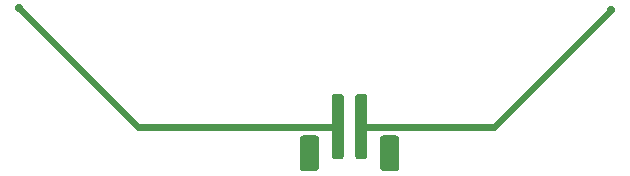
<source format=gbr>
G04 #@! TF.GenerationSoftware,KiCad,Pcbnew,(5.1.5)-3*
G04 #@! TF.CreationDate,2021-10-24T21:58:59+02:00*
G04 #@! TF.ProjectId,seg3,73656733-2e6b-4696-9361-645f70636258,1*
G04 #@! TF.SameCoordinates,Original*
G04 #@! TF.FileFunction,Copper,L2,Bot*
G04 #@! TF.FilePolarity,Positive*
%FSLAX46Y46*%
G04 Gerber Fmt 4.6, Leading zero omitted, Abs format (unit mm)*
G04 Created by KiCad (PCBNEW (5.1.5)-3) date 2021-10-24 21:58:59*
%MOMM*%
%LPD*%
G04 APERTURE LIST*
%ADD10C,0.152400*%
%ADD11C,0.700000*%
%ADD12C,0.600000*%
G04 APERTURE END LIST*
G04 #@! TA.AperFunction,SMDPad,CuDef*
D10*
G36*
X144474504Y-88151204D02*
G01*
X144498773Y-88154804D01*
X144522571Y-88160765D01*
X144545671Y-88169030D01*
X144567849Y-88179520D01*
X144588893Y-88192133D01*
X144608598Y-88206747D01*
X144626777Y-88223223D01*
X144643253Y-88241402D01*
X144657867Y-88261107D01*
X144670480Y-88282151D01*
X144680970Y-88304329D01*
X144689235Y-88327429D01*
X144695196Y-88351227D01*
X144698796Y-88375496D01*
X144700000Y-88400000D01*
X144700000Y-90900000D01*
X144698796Y-90924504D01*
X144695196Y-90948773D01*
X144689235Y-90972571D01*
X144680970Y-90995671D01*
X144670480Y-91017849D01*
X144657867Y-91038893D01*
X144643253Y-91058598D01*
X144626777Y-91076777D01*
X144608598Y-91093253D01*
X144588893Y-91107867D01*
X144567849Y-91120480D01*
X144545671Y-91130970D01*
X144522571Y-91139235D01*
X144498773Y-91145196D01*
X144474504Y-91148796D01*
X144450000Y-91150000D01*
X143350000Y-91150000D01*
X143325496Y-91148796D01*
X143301227Y-91145196D01*
X143277429Y-91139235D01*
X143254329Y-91130970D01*
X143232151Y-91120480D01*
X143211107Y-91107867D01*
X143191402Y-91093253D01*
X143173223Y-91076777D01*
X143156747Y-91058598D01*
X143142133Y-91038893D01*
X143129520Y-91017849D01*
X143119030Y-90995671D01*
X143110765Y-90972571D01*
X143104804Y-90948773D01*
X143101204Y-90924504D01*
X143100000Y-90900000D01*
X143100000Y-88400000D01*
X143101204Y-88375496D01*
X143104804Y-88351227D01*
X143110765Y-88327429D01*
X143119030Y-88304329D01*
X143129520Y-88282151D01*
X143142133Y-88261107D01*
X143156747Y-88241402D01*
X143173223Y-88223223D01*
X143191402Y-88206747D01*
X143211107Y-88192133D01*
X143232151Y-88179520D01*
X143254329Y-88169030D01*
X143277429Y-88160765D01*
X143301227Y-88154804D01*
X143325496Y-88151204D01*
X143350000Y-88150000D01*
X144450000Y-88150000D01*
X144474504Y-88151204D01*
G37*
G04 #@! TD.AperFunction*
G04 #@! TA.AperFunction,SMDPad,CuDef*
G36*
X137674504Y-88151204D02*
G01*
X137698773Y-88154804D01*
X137722571Y-88160765D01*
X137745671Y-88169030D01*
X137767849Y-88179520D01*
X137788893Y-88192133D01*
X137808598Y-88206747D01*
X137826777Y-88223223D01*
X137843253Y-88241402D01*
X137857867Y-88261107D01*
X137870480Y-88282151D01*
X137880970Y-88304329D01*
X137889235Y-88327429D01*
X137895196Y-88351227D01*
X137898796Y-88375496D01*
X137900000Y-88400000D01*
X137900000Y-90900000D01*
X137898796Y-90924504D01*
X137895196Y-90948773D01*
X137889235Y-90972571D01*
X137880970Y-90995671D01*
X137870480Y-91017849D01*
X137857867Y-91038893D01*
X137843253Y-91058598D01*
X137826777Y-91076777D01*
X137808598Y-91093253D01*
X137788893Y-91107867D01*
X137767849Y-91120480D01*
X137745671Y-91130970D01*
X137722571Y-91139235D01*
X137698773Y-91145196D01*
X137674504Y-91148796D01*
X137650000Y-91150000D01*
X136550000Y-91150000D01*
X136525496Y-91148796D01*
X136501227Y-91145196D01*
X136477429Y-91139235D01*
X136454329Y-91130970D01*
X136432151Y-91120480D01*
X136411107Y-91107867D01*
X136391402Y-91093253D01*
X136373223Y-91076777D01*
X136356747Y-91058598D01*
X136342133Y-91038893D01*
X136329520Y-91017849D01*
X136319030Y-90995671D01*
X136310765Y-90972571D01*
X136304804Y-90948773D01*
X136301204Y-90924504D01*
X136300000Y-90900000D01*
X136300000Y-88400000D01*
X136301204Y-88375496D01*
X136304804Y-88351227D01*
X136310765Y-88327429D01*
X136319030Y-88304329D01*
X136329520Y-88282151D01*
X136342133Y-88261107D01*
X136356747Y-88241402D01*
X136373223Y-88223223D01*
X136391402Y-88206747D01*
X136411107Y-88192133D01*
X136432151Y-88179520D01*
X136454329Y-88169030D01*
X136477429Y-88160765D01*
X136501227Y-88154804D01*
X136525496Y-88151204D01*
X136550000Y-88150000D01*
X137650000Y-88150000D01*
X137674504Y-88151204D01*
G37*
G04 #@! TD.AperFunction*
G04 #@! TA.AperFunction,SMDPad,CuDef*
G36*
X141774504Y-84651204D02*
G01*
X141798773Y-84654804D01*
X141822571Y-84660765D01*
X141845671Y-84669030D01*
X141867849Y-84679520D01*
X141888893Y-84692133D01*
X141908598Y-84706747D01*
X141926777Y-84723223D01*
X141943253Y-84741402D01*
X141957867Y-84761107D01*
X141970480Y-84782151D01*
X141980970Y-84804329D01*
X141989235Y-84827429D01*
X141995196Y-84851227D01*
X141998796Y-84875496D01*
X142000000Y-84900000D01*
X142000000Y-89900000D01*
X141998796Y-89924504D01*
X141995196Y-89948773D01*
X141989235Y-89972571D01*
X141980970Y-89995671D01*
X141970480Y-90017849D01*
X141957867Y-90038893D01*
X141943253Y-90058598D01*
X141926777Y-90076777D01*
X141908598Y-90093253D01*
X141888893Y-90107867D01*
X141867849Y-90120480D01*
X141845671Y-90130970D01*
X141822571Y-90139235D01*
X141798773Y-90145196D01*
X141774504Y-90148796D01*
X141750000Y-90150000D01*
X141250000Y-90150000D01*
X141225496Y-90148796D01*
X141201227Y-90145196D01*
X141177429Y-90139235D01*
X141154329Y-90130970D01*
X141132151Y-90120480D01*
X141111107Y-90107867D01*
X141091402Y-90093253D01*
X141073223Y-90076777D01*
X141056747Y-90058598D01*
X141042133Y-90038893D01*
X141029520Y-90017849D01*
X141019030Y-89995671D01*
X141010765Y-89972571D01*
X141004804Y-89948773D01*
X141001204Y-89924504D01*
X141000000Y-89900000D01*
X141000000Y-84900000D01*
X141001204Y-84875496D01*
X141004804Y-84851227D01*
X141010765Y-84827429D01*
X141019030Y-84804329D01*
X141029520Y-84782151D01*
X141042133Y-84761107D01*
X141056747Y-84741402D01*
X141073223Y-84723223D01*
X141091402Y-84706747D01*
X141111107Y-84692133D01*
X141132151Y-84679520D01*
X141154329Y-84669030D01*
X141177429Y-84660765D01*
X141201227Y-84654804D01*
X141225496Y-84651204D01*
X141250000Y-84650000D01*
X141750000Y-84650000D01*
X141774504Y-84651204D01*
G37*
G04 #@! TD.AperFunction*
G04 #@! TA.AperFunction,SMDPad,CuDef*
G36*
X139774504Y-84651204D02*
G01*
X139798773Y-84654804D01*
X139822571Y-84660765D01*
X139845671Y-84669030D01*
X139867849Y-84679520D01*
X139888893Y-84692133D01*
X139908598Y-84706747D01*
X139926777Y-84723223D01*
X139943253Y-84741402D01*
X139957867Y-84761107D01*
X139970480Y-84782151D01*
X139980970Y-84804329D01*
X139989235Y-84827429D01*
X139995196Y-84851227D01*
X139998796Y-84875496D01*
X140000000Y-84900000D01*
X140000000Y-89900000D01*
X139998796Y-89924504D01*
X139995196Y-89948773D01*
X139989235Y-89972571D01*
X139980970Y-89995671D01*
X139970480Y-90017849D01*
X139957867Y-90038893D01*
X139943253Y-90058598D01*
X139926777Y-90076777D01*
X139908598Y-90093253D01*
X139888893Y-90107867D01*
X139867849Y-90120480D01*
X139845671Y-90130970D01*
X139822571Y-90139235D01*
X139798773Y-90145196D01*
X139774504Y-90148796D01*
X139750000Y-90150000D01*
X139250000Y-90150000D01*
X139225496Y-90148796D01*
X139201227Y-90145196D01*
X139177429Y-90139235D01*
X139154329Y-90130970D01*
X139132151Y-90120480D01*
X139111107Y-90107867D01*
X139091402Y-90093253D01*
X139073223Y-90076777D01*
X139056747Y-90058598D01*
X139042133Y-90038893D01*
X139029520Y-90017849D01*
X139019030Y-89995671D01*
X139010765Y-89972571D01*
X139004804Y-89948773D01*
X139001204Y-89924504D01*
X139000000Y-89900000D01*
X139000000Y-84900000D01*
X139001204Y-84875496D01*
X139004804Y-84851227D01*
X139010765Y-84827429D01*
X139019030Y-84804329D01*
X139029520Y-84782151D01*
X139042133Y-84761107D01*
X139056747Y-84741402D01*
X139073223Y-84723223D01*
X139091402Y-84706747D01*
X139111107Y-84692133D01*
X139132151Y-84679520D01*
X139154329Y-84669030D01*
X139177429Y-84660765D01*
X139201227Y-84654804D01*
X139225496Y-84651204D01*
X139250000Y-84650000D01*
X139750000Y-84650000D01*
X139774504Y-84651204D01*
G37*
G04 #@! TD.AperFunction*
D11*
X162630994Y-77536077D03*
X112530535Y-77339131D03*
D12*
X141500000Y-87400000D02*
X152767071Y-87400000D01*
X152767071Y-87400000D02*
X162630994Y-77536077D01*
X139500000Y-87400000D02*
X122591404Y-87400000D01*
X122591404Y-87400000D02*
X112530535Y-77339131D01*
M02*

</source>
